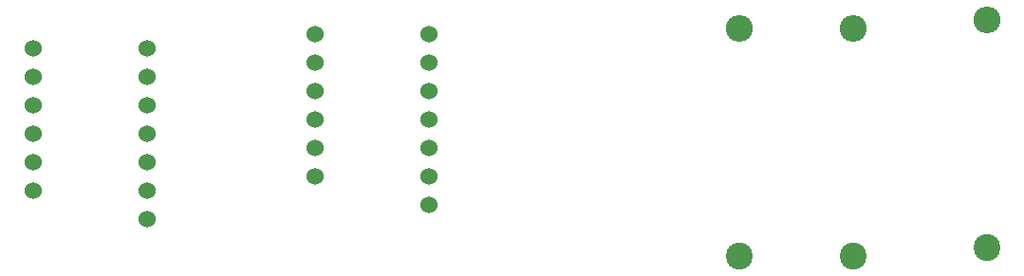
<source format=gbr>
%TF.GenerationSoftware,KiCad,Pcbnew,(5.1.9)-1*%
%TF.CreationDate,2021-10-21T17:43:52-05:00*%
%TF.ProjectId,tutorial,7475746f-7269-4616-9c2e-6b696361645f,rev?*%
%TF.SameCoordinates,Original*%
%TF.FileFunction,Soldermask,Bot*%
%TF.FilePolarity,Negative*%
%FSLAX46Y46*%
G04 Gerber Fmt 4.6, Leading zero omitted, Abs format (unit mm)*
G04 Created by KiCad (PCBNEW (5.1.9)-1) date 2021-10-21 17:43:52*
%MOMM*%
%LPD*%
G01*
G04 APERTURE LIST*
%ADD10C,1.524000*%
%ADD11O,2.400000X2.400000*%
%ADD12C,2.400000*%
G04 APERTURE END LIST*
D10*
%TO.C,U2*%
X135636000Y-59182000D03*
X135636000Y-56642000D03*
X135636000Y-54102000D03*
X135636000Y-51562000D03*
X135636000Y-49022000D03*
X135636000Y-46482000D03*
X145796000Y-46482000D03*
X145796000Y-49022000D03*
X145796000Y-51562000D03*
X145796000Y-54102000D03*
X145796000Y-56642000D03*
X145796000Y-59182000D03*
X145796000Y-61722000D03*
%TD*%
%TO.C,U1*%
X110490000Y-60452000D03*
X110490000Y-57912000D03*
X110490000Y-55372000D03*
X110490000Y-52832000D03*
X110490000Y-50292000D03*
X110490000Y-47752000D03*
X120650000Y-47752000D03*
X120650000Y-50292000D03*
X120650000Y-52832000D03*
X120650000Y-55372000D03*
X120650000Y-57912000D03*
X120650000Y-60452000D03*
X120650000Y-62992000D03*
%TD*%
D11*
%TO.C,R3*%
X183642000Y-45974000D03*
D12*
X183642000Y-66294000D03*
%TD*%
D11*
%TO.C,R2*%
X195580000Y-45212000D03*
D12*
X195580000Y-65532000D03*
%TD*%
D11*
%TO.C,R1*%
X173482000Y-45974000D03*
D12*
X173482000Y-66294000D03*
%TD*%
M02*

</source>
